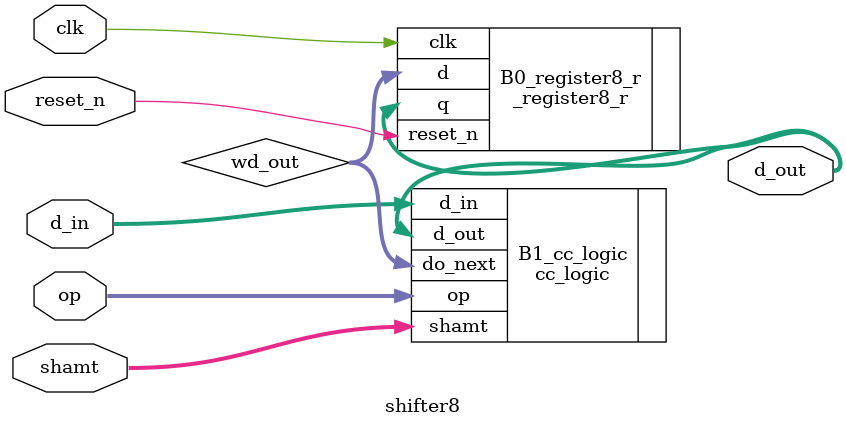
<source format=v>
module  shifter8(clk, reset_n, op, shamt, d_in, d_out);
	input clk,reset_n;
	input [2:0] op;//opertaion
	input [1:0] shamt;//shift amount
	input [7:0] d_in;
	output [7:0] d_out;
	wire [7:0] wd_out;
	//module _register8_r(clk, reset_n, d, q);
_register8_r B0_register8_r(.clk(clk),.reset_n(reset_n),.d(wd_out),.q(d_out));
//module cc_logic(op, shamt, d_in, d_out, do_next);
cc_logic B1_cc_logic(.op(op),.shamt(shamt),.d_in(d_in),.d_out(d_out),.do_next(wd_out));	
	
endmodule 

</source>
